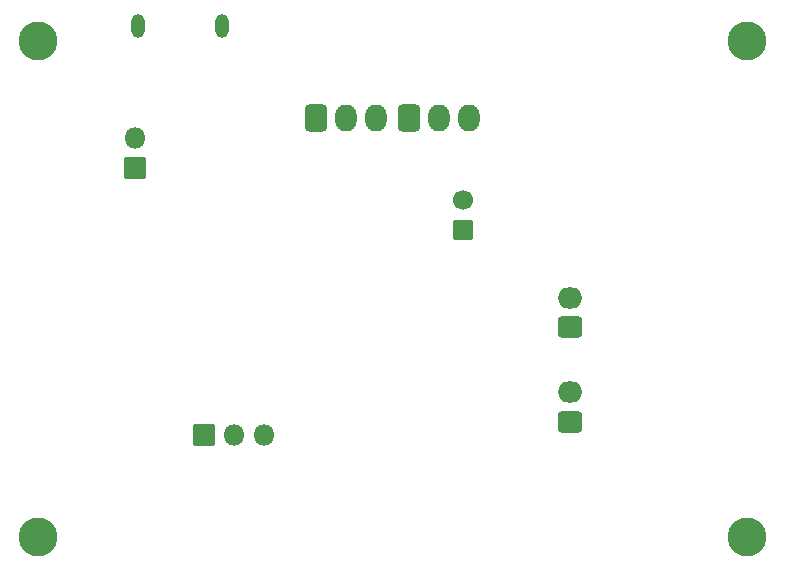
<source format=gbs>
G04 #@! TF.GenerationSoftware,KiCad,Pcbnew,(6.0.7)*
G04 #@! TF.CreationDate,2022-10-27T11:37:51+02:00*
G04 #@! TF.ProjectId,DualValveCon,4475616c-5661-46c7-9665-436f6e2e6b69,rev?*
G04 #@! TF.SameCoordinates,Original*
G04 #@! TF.FileFunction,Soldermask,Bot*
G04 #@! TF.FilePolarity,Negative*
%FSLAX46Y46*%
G04 Gerber Fmt 4.6, Leading zero omitted, Abs format (unit mm)*
G04 Created by KiCad (PCBNEW (6.0.7)) date 2022-10-27 11:37:51*
%MOMM*%
%LPD*%
G01*
G04 APERTURE LIST*
G04 Aperture macros list*
%AMRoundRect*
0 Rectangle with rounded corners*
0 $1 Rounding radius*
0 $2 $3 $4 $5 $6 $7 $8 $9 X,Y pos of 4 corners*
0 Add a 4 corners polygon primitive as box body*
4,1,4,$2,$3,$4,$5,$6,$7,$8,$9,$2,$3,0*
0 Add four circle primitives for the rounded corners*
1,1,$1+$1,$2,$3*
1,1,$1+$1,$4,$5*
1,1,$1+$1,$6,$7*
1,1,$1+$1,$8,$9*
0 Add four rect primitives between the rounded corners*
20,1,$1+$1,$2,$3,$4,$5,0*
20,1,$1+$1,$4,$5,$6,$7,0*
20,1,$1+$1,$6,$7,$8,$9,0*
20,1,$1+$1,$8,$9,$2,$3,0*%
G04 Aperture macros list end*
%ADD10C,3.300000*%
%ADD11RoundRect,0.300000X0.750000X-0.600000X0.750000X0.600000X-0.750000X0.600000X-0.750000X-0.600000X0*%
%ADD12O,2.100000X1.800000*%
%ADD13RoundRect,0.300000X-0.620000X-0.845000X0.620000X-0.845000X0.620000X0.845000X-0.620000X0.845000X0*%
%ADD14O,1.840000X2.290000*%
%ADD15O,1.150000X2.000000*%
%ADD16RoundRect,0.050000X0.850000X-0.850000X0.850000X0.850000X-0.850000X0.850000X-0.850000X-0.850000X0*%
%ADD17O,1.800000X1.800000*%
%ADD18RoundRect,0.050000X0.850000X0.850000X-0.850000X0.850000X-0.850000X-0.850000X0.850000X-0.850000X0*%
%ADD19RoundRect,0.050000X0.800000X-0.800000X0.800000X0.800000X-0.800000X0.800000X-0.800000X-0.800000X0*%
%ADD20C,1.700000*%
G04 APERTURE END LIST*
D10*
X190000000Y-66000000D03*
D11*
X175000000Y-98250000D03*
D12*
X175000000Y-95750000D03*
D13*
X161400000Y-72520000D03*
D14*
X163940000Y-72520000D03*
X166480000Y-72520000D03*
D15*
X138425000Y-64700000D03*
X145575000Y-64700000D03*
D11*
X175000000Y-90250000D03*
D12*
X175000000Y-87750000D03*
D10*
X190000000Y-108000000D03*
D16*
X144075000Y-99400000D03*
D17*
X146615000Y-99400000D03*
X149155000Y-99400000D03*
D10*
X130000000Y-108000000D03*
X130000000Y-66000000D03*
D13*
X153560000Y-72520000D03*
D14*
X156100000Y-72520000D03*
X158640000Y-72520000D03*
D18*
X138225000Y-76750000D03*
D17*
X138225000Y-74210000D03*
D19*
X166000000Y-82000000D03*
D20*
X166000000Y-79500000D03*
M02*

</source>
